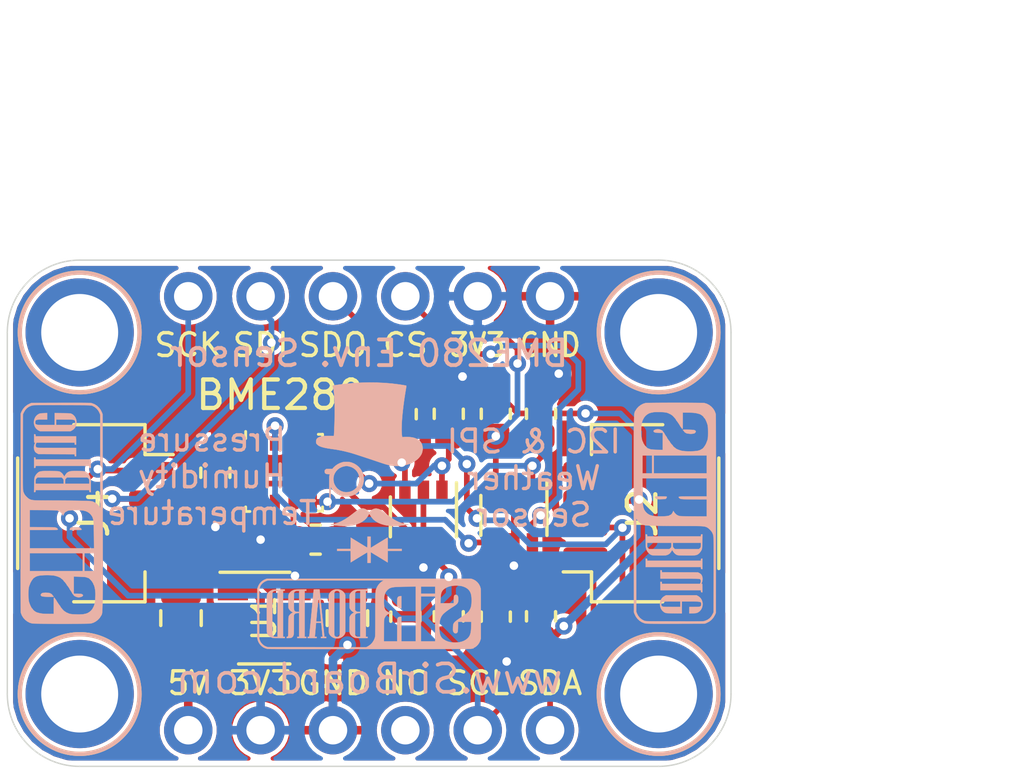
<source format=kicad_pcb>
(kicad_pcb (version 20171130) (host pcbnew "(5.1.2)-2")
  (title_block (title "BME280 Breakout with 5V Level Shift") (date 2020-01-21) (rev 2) (company SirBoard) (comment 1 www.SirBoard.com) (comment 2 "Temperature, Pressure and Humidity Sensor") (comment 3 "BME280 - SirBlue"))
  (layers (0 F.Cu signal) (31 B.Cu signal) (34 B.Paste user hide) (35 F.Paste user hide) (36 B.SilkS user) (37 F.SilkS user) (38 B.Mask user hide) (39 F.Mask user hide) (44 Edge.Cuts user))
  (net 0 "")
  (net 1 GND)
  (net 2 5V)
  (net 3 3V3)
  (net 4 "Net-(U1-Pad4)")
  (net 5 SCL_5V)
  (net 6 SDA_3V3)
  (net 7 SDA_5V)
  (net 8 SCL_3V3)
  (net 9 CS_5V)
  (net 10 CS_3V3)
  (net 11 NC)
  (net 12 SDO_5V)
  (net 13 SDO_3V3)
  (module Connector_PinHeader_2.54mm:PinHeader_1x06_P2.54mm_Vertical (layer B.Cu) (at 58.928 28.3464 270)
    (fp_text reference J3 hide)
    (fp_text value Conn_01x06)
    (pad 6 thru_hole oval (at 0 -12.7 270) (size 1.7 1.7) (drill 1) (layers *.Cu *.Mask) (net 1 GND))
    (pad 5 thru_hole oval (at 0 -10.16 270) (size 1.7 1.7) (drill 1) (layers *.Cu *.Mask) (net 3 3V3))
    (pad 4 thru_hole oval (at 0 -7.62 270) (size 1.7 1.7) (drill 1) (layers *.Cu *.Mask) (net 9 CS_5V))
    (pad 3 thru_hole oval (at 0 -5.08 270) (size 1.7 1.7) (drill 1) (layers *.Cu *.Mask) (net 12 SDO_5V))
    (pad 2 thru_hole oval (at 0 -2.54 270) (size 1.7 1.7) (drill 1) (layers *.Cu *.Mask) (net 7 SDA_5V))
    (pad 1 thru_hole circle (at 0 0 270) (size 1.7 1.7) (drill 1) (layers *.Cu *.Mask) (net 5 SCL_5V))
  )
  (module Capacitor_SMD:C_0603_1608Metric (layer F.Cu) (at 63.3985 36.8935)
    (fp_text reference C3 hide)
    (fp_text value 100nF)
    (pad 2 smd roundrect (at 0.7875 0) (size 0.875 0.95) (layers F.Cu F.Paste F.Mask) (net 1 GND))
    (pad 1 smd roundrect (at -0.7875 0) (size 0.875 0.95) (layers F.Cu F.Paste F.Mask) (net 3 3V3))
  )
  (module Package_LGA:Bosch_LGA-8_2.5x2.5mm_P0.65mm_ClockwisePinNumbering (layer F.Cu) (at 62.2935 34.544)
    (fp_text reference U2 hide)
    (fp_text value BME280)
    (pad 5 smd rect (at 0.975 1.025 90) (size 0.5 0.35) (layers F.Cu F.Paste F.Mask) (net 13 SDO_3V3))
    (pad 6 smd rect (at 0.325 1.025 90) (size 0.5 0.35) (layers F.Cu F.Paste F.Mask) (net 3 3V3))
    (pad 7 smd rect (at -0.325 1.025 90) (size 0.5 0.35) (layers F.Cu F.Paste F.Mask) (net 1 GND))
    (pad 8 smd rect (at -0.975 1.025 90) (size 0.5 0.35) (layers F.Cu F.Paste F.Mask) (net 3 3V3))
    (pad 1 smd rect (at -0.975 -1.025 90) (size 0.5 0.35) (layers F.Cu F.Paste F.Mask) (net 1 GND))
    (pad 2 smd rect (at -0.325 -1.025 90) (size 0.5 0.35) (layers F.Cu F.Paste F.Mask) (net 10 CS_3V3))
    (pad 3 smd rect (at 0.325 -1.025 90) (size 0.5 0.35) (layers F.Cu F.Paste F.Mask) (net 6 SDA_3V3))
    (pad 4 smd rect (at 0.975 -1.025 90) (size 0.5 0.35) (layers F.Cu F.Paste F.Mask) (net 8 SCL_3V3))
  )
  (module Capacitor_SMD:C_0603_1608Metric (layer F.Cu) (at 59.8805 34.544 90)
    (fp_text reference C2 hide)
    (fp_text value 100nF)
    (pad 2 smd roundrect (at 0.7875 0 90) (size 0.875 0.95) (layers F.Cu F.Paste F.Mask) (net 1 GND))
    (pad 1 smd roundrect (at -0.7875 0 90) (size 0.875 0.95) (layers F.Cu F.Paste F.Mask) (net 3 3V3))
  )
  (module logo:SirBoard79x25 (layer B.Cu) (at 65.278 39.497 180)
    (fp_text reference G*** hide)
    (fp_text value LOGO hide)
  )
  (module logo:logo63x89 (layer B.Cu) (at 65.278 34.544 180)
    (fp_text reference G*** hide)
    (fp_text value LOGO hide)
  )
  (module logo:SirBlue78x29 (layer B.Cu) (at 76.0095 35.9664 270)
    (fp_text reference G*** hide)
    (fp_text value LOGO hide)
  )
  (module logo:SirBlue78x29 (layer B.Cu) (at 54.483 35.9664 90)
    (fp_text reference G*** hide)
    (fp_text value LOGO hide)
  )
  (module Connector_PinHeader_2.54mm:PinHeader_1x06_P2.54mm_Vertical (layer B.Cu) (at 58.928 43.5864 270)
    (fp_text reference J1 hide)
    (fp_text value Conn_01x06)
    (pad 6 thru_hole oval (at 0 -12.7 270) (size 1.7 1.7) (drill 1) (layers *.Cu *.Mask) (net 7 SDA_5V))
    (pad 5 thru_hole oval (at 0 -10.16 270) (size 1.7 1.7) (drill 1) (layers *.Cu *.Mask) (net 5 SCL_5V))
    (pad 4 thru_hole oval (at 0 -7.62 270) (size 1.7 1.7) (drill 1) (layers *.Cu *.Mask) (net 11 NC))
    (pad 3 thru_hole oval (at 0 -5.08 270) (size 1.7 1.7) (drill 1) (layers *.Cu *.Mask) (net 1 GND))
    (pad 2 thru_hole oval (at 0 -2.54 270) (size 1.7 1.7) (drill 1) (layers *.Cu *.Mask) (net 3 3V3))
    (pad 1 thru_hole circle (at 0 0 270) (size 1.7 1.7) (drill 1) (layers *.Cu *.Mask) (net 2 5V))
  )
  (module Package_TO_SOT_SMD:SOT-23-5 (layer F.Cu) (at 61.595 39.6494)
    (fp_text reference U1 (at 0 0 90) (layer F.SilkS) (effects (font (size 0.8 0.8) (thickness 0.12))))
    (fp_text value AP2127K-3.3)
    (pad 5 smd rect (at 1.1 -0.95) (size 1.06 0.65) (layers F.Cu F.Paste F.Mask) (net 3 3V3))
    (pad 4 smd rect (at 1.1 0.95) (size 1.06 0.65) (layers F.Cu F.Paste F.Mask) (net 4 "Net-(U1-Pad4)"))
    (pad 3 smd rect (at -1.1 0.95) (size 1.06 0.65) (layers F.Cu F.Paste F.Mask) (net 2 5V))
    (pad 2 smd rect (at -1.1 0) (size 1.06 0.65) (layers F.Cu F.Paste F.Mask) (net 1 GND))
    (pad 1 smd rect (at -1.1 -0.95) (size 1.06 0.65) (layers F.Cu F.Paste F.Mask) (net 2 5V))
  )
  (module Connector_JST:JST_SH_SM04B-SRSS-TB_1x04-1MP_P1.00mm_Horizontal (layer F.Cu) (at 55.626 35.9664 270)
    (fp_text reference J4 (at 0 0 270) (layer F.SilkS))
    (fp_text value Conn_01x04)
    (pad MP smd roundrect (at 2.8 1.875 270) (size 1.2 1.8) (layers F.Cu F.Paste F.Mask) (roundrect_rratio 0.208333))
    (pad MP smd roundrect (at -2.8 1.875 270) (size 1.2 1.8) (layers F.Cu F.Paste F.Mask) (roundrect_rratio 0.208333))
    (pad 4 smd roundrect (at 1.5 -2 270) (size 0.6 1.55) (layers F.Cu F.Paste F.Mask) (net 1 GND))
    (pad 3 smd roundrect (at 0.5 -2 270) (size 0.6 1.55) (layers F.Cu F.Paste F.Mask) (net 2 5V))
    (pad 2 smd roundrect (at -0.5 -2 270) (size 0.6 1.55) (layers F.Cu F.Paste F.Mask) (net 7 SDA_5V))
    (pad 1 smd roundrect (at -1.5 -2 270) (size 0.6 1.55) (layers F.Cu F.Paste F.Mask) (net 5 SCL_5V))
  )
  (module Connector_JST:JST_SH_SM04B-SRSS-TB_1x04-1MP_P1.00mm_Horizontal (layer F.Cu) (at 74.8665 35.9664 90)
    (fp_text reference J2 (at 0 0 90) (layer F.SilkS))
    (fp_text value Conn_01x04)
    (pad MP smd roundrect (at 2.8 1.875 90) (size 1.2 1.8) (layers F.Cu F.Paste F.Mask) (roundrect_rratio 0.208333))
    (pad MP smd roundrect (at -2.8 1.875 90) (size 1.2 1.8) (layers F.Cu F.Paste F.Mask) (roundrect_rratio 0.208333))
    (pad 4 smd roundrect (at 1.5 -2 90) (size 0.6 1.55) (layers F.Cu F.Paste F.Mask) (net 1 GND))
    (pad 3 smd roundrect (at 0.5 -2 90) (size 0.6 1.55) (layers F.Cu F.Paste F.Mask) (net 2 5V))
    (pad 2 smd roundrect (at -0.5 -2 90) (size 0.6 1.55) (layers F.Cu F.Paste F.Mask) (net 7 SDA_5V))
    (pad 1 smd roundrect (at -1.5 -2 90) (size 0.6 1.55) (layers F.Cu F.Paste F.Mask) (net 5 SCL_5V))
  )
  (module Capacitor_SMD:C_0805_2012Metric (layer F.Cu) (at 64.516 39.6494 270)
    (fp_text reference C4 hide)
    (fp_text value 10uF)
    (pad 2 smd roundrect (at 0.9375 0 270) (size 0.975 1.4) (layers F.Cu F.Paste F.Mask) (net 1 GND))
    (pad 1 smd roundrect (at -0.9375 0 270) (size 0.975 1.4) (layers F.Cu F.Paste F.Mask) (net 3 3V3))
  )
  (module Capacitor_SMD:C_0805_2012Metric (layer F.Cu) (at 58.674 39.6494 90)
    (fp_text reference C1 hide)
    (fp_text value 10uF)
    (pad 2 smd roundrect (at 0.9375 0 90) (size 0.975 1.4) (layers F.Cu F.Paste F.Mask) (net 1 GND))
    (pad 1 smd roundrect (at -0.9375 0 90) (size 0.975 1.4) (layers F.Cu F.Paste F.Mask) (net 2 5V))
  )
  (module SirBoardLibrary:MountingHole_M2.5_SirBoard (layer F.Cu) (at 55.118 42.3164 270)
    (fp_text reference H1 hide)
    (fp_text value MountingHole)
    (pad 1 thru_hole circle (at 0 0 270) (size 3.8 3.8) (drill 2.7) (layers *.Cu *.Mask))
  )
  (module SirBoardLibrary:MountingHole_M2.5_SirBoard (layer F.Cu) (at 55.118 29.6164 270)
    (fp_text reference H2 hide)
    (fp_text value MountingHole)
    (pad 1 thru_hole circle (at 0 0 270) (size 3.8 3.8) (drill 2.7) (layers *.Cu *.Mask))
  )
  (module SirBoardLibrary:MountingHole_M2.5_SirBoard (layer F.Cu) (at 75.438 42.3164 90)
    (fp_text reference H3 hide)
    (fp_text value MountingHole)
    (pad 1 thru_hole circle (at 0 0 90) (size 3.8 3.8) (drill 2.7) (layers *.Cu *.Mask))
  )
  (module SirBoardLibrary:MountingHole_M2.5_SirBoard (layer F.Cu) (at 75.438 29.6164 90)
    (fp_text reference H4 hide)
    (fp_text value MountingHole)
    (pad 1 thru_hole circle (at 0 0 90) (size 3.8 3.8) (drill 2.7) (layers *.Cu *.Mask))
  )
  (module Resistor_SMD:R_0603_1608Metric (layer F.Cu) (at 66.421 32.4866 270)
    (fp_text reference R8 hide)
    (fp_text value 10K)
    (pad 2 smd roundrect (at 0.7875 0 270) (size 0.875 0.95) (layers F.Cu F.Paste F.Mask) (net 7 SDA_5V))
    (pad 1 smd roundrect (at -0.7875 0 270) (size 0.875 0.95) (layers F.Cu F.Paste F.Mask) (net 2 5V))
  )
  (module Resistor_SMD:R_0603_1608Metric (layer F.Cu) (at 66.548 39.5986 270)
    (fp_text reference R7 hide)
    (fp_text value 10K)
    (pad 2 smd roundrect (at 0.7875 0 270) (size 0.875 0.95) (layers F.Cu F.Paste F.Mask) (net 3 3V3))
    (pad 1 smd roundrect (at -0.7875 0 270) (size 0.875 0.95) (layers F.Cu F.Paste F.Mask) (net 6 SDA_3V3))
  )
  (module Resistor_SMD:R_0603_1608Metric (layer F.Cu) (at 68.072 39.5859 90)
    (fp_text reference R6 hide)
    (fp_text value 10K)
    (pad 2 smd roundrect (at 0.7875 0 90) (size 0.875 0.95) (layers F.Cu F.Paste F.Mask) (net 5 SCL_5V))
    (pad 1 smd roundrect (at -0.7875 0 90) (size 0.875 0.95) (layers F.Cu F.Paste F.Mask) (net 2 5V))
  )
  (module Resistor_SMD:R_0603_1608Metric (layer F.Cu) (at 68.072 32.4739 90)
    (fp_text reference R5 hide)
    (fp_text value 10K)
    (pad 2 smd roundrect (at 0.7875 0 90) (size 0.875 0.95) (layers F.Cu F.Paste F.Mask) (net 3 3V3))
    (pad 1 smd roundrect (at -0.7875 0 90) (size 0.875 0.95) (layers F.Cu F.Paste F.Mask) (net 8 SCL_3V3))
  )
  (module Resistor_SMD:R_0603_1608Metric (layer F.Cu) (at 69.723 32.4739 270)
    (fp_text reference R4 hide)
    (fp_text value 10K)
    (pad 2 smd roundrect (at 0.7875 0 270) (size 0.875 0.95) (layers F.Cu F.Paste F.Mask) (net 9 CS_5V))
    (pad 1 smd roundrect (at -0.7875 0 270) (size 0.875 0.95) (layers F.Cu F.Paste F.Mask) (net 2 5V))
  )
  (module Resistor_SMD:R_0603_1608Metric (layer F.Cu) (at 69.723 39.5986 270)
    (fp_text reference R3 hide)
    (fp_text value 10K)
    (pad 2 smd roundrect (at 0.7875 0 270) (size 0.875 0.95) (layers F.Cu F.Paste F.Mask) (net 3 3V3))
    (pad 1 smd roundrect (at -0.7875 0 270) (size 0.875 0.95) (layers F.Cu F.Paste F.Mask) (net 10 CS_3V3))
  )
  (module Resistor_SMD:R_0603_1608Metric (layer F.Cu) (at 71.3105 39.5859 90)
    (fp_text reference R2 hide)
    (fp_text value 10K)
    (pad 2 smd roundrect (at 0.7875 0 90) (size 0.875 0.95) (layers F.Cu F.Paste F.Mask) (net 12 SDO_5V))
    (pad 1 smd roundrect (at -0.7875 0 90) (size 0.875 0.95) (layers F.Cu F.Paste F.Mask) (net 2 5V))
  )
  (module Resistor_SMD:R_0603_1608Metric (layer F.Cu) (at 71.3105 32.4739 90)
    (fp_text reference R1 hide)
    (fp_text value 10K)
    (pad 2 smd roundrect (at 0.7875 0 90) (size 0.875 0.95) (layers F.Cu F.Paste F.Mask) (net 3 3V3))
    (pad 1 smd roundrect (at -0.7875 0 90) (size 0.875 0.95) (layers F.Cu F.Paste F.Mask) (net 13 SDO_3V3))
  )
  (module Package_TO_SOT_SMD:SOT-363_SC-70-6 (layer F.Cu) (at 67.183 36.0934 270)
    (fp_text reference Q2 hide)
    (fp_text value BSS138DW)
    (pad 6 smd rect (at 0.95 -0.65 270) (size 0.65 0.4) (layers F.Cu F.Paste F.Mask) (net 5 SCL_5V))
    (pad 4 smd rect (at 0.95 0.65 270) (size 0.65 0.4) (layers F.Cu F.Paste F.Mask) (net 6 SDA_3V3))
    (pad 2 smd rect (at -0.95 0 270) (size 0.65 0.4) (layers F.Cu F.Paste F.Mask) (net 3 3V3))
    (pad 5 smd rect (at 0.95 0 270) (size 0.65 0.4) (layers F.Cu F.Paste F.Mask) (net 3 3V3))
    (pad 3 smd rect (at -0.95 0.65 270) (size 0.65 0.4) (layers F.Cu F.Paste F.Mask) (net 7 SDA_5V))
    (pad 1 smd rect (at -0.95 -0.65 270) (size 0.65 0.4) (layers F.Cu F.Paste F.Mask) (net 8 SCL_3V3))
  )
  (module Package_TO_SOT_SMD:SOT-363_SC-70-6 (layer F.Cu) (at 70.358 36.0426 270)
    (fp_text reference Q1 hide)
    (fp_text value BSS138DW)
    (pad 6 smd rect (at 0.95 -0.65 270) (size 0.65 0.4) (layers F.Cu F.Paste F.Mask) (net 12 SDO_5V))
    (pad 4 smd rect (at 0.95 0.65 270) (size 0.65 0.4) (layers F.Cu F.Paste F.Mask) (net 10 CS_3V3))
    (pad 2 smd rect (at -0.95 0 270) (size 0.65 0.4) (layers F.Cu F.Paste F.Mask) (net 3 3V3))
    (pad 5 smd rect (at 0.95 0 270) (size 0.65 0.4) (layers F.Cu F.Paste F.Mask) (net 3 3V3))
    (pad 3 smd rect (at -0.95 0.65 270) (size 0.65 0.4) (layers F.Cu F.Paste F.Mask) (net 9 CS_5V))
    (pad 1 smd rect (at -0.95 -0.65 270) (size 0.65 0.4) (layers F.Cu F.Paste F.Mask) (net 13 SDO_3V3))
  )
  (gr_text 3V3 (at 69.088 30.0609) (layer F.SilkS) (effects (font (size 0.8 0.7) (thickness 0.12))))
  (gr_text "Pressure\nHumidity\nTemperature" (at 59.7535 34.671) (layer B.SilkS) (effects (font (size 0.8 0.8) (thickness 0.12)) (justify mirror)))
  (gr_text "I2C & SPI\nWeather\nSensor" (at 71.0565 34.7345) (layer B.SilkS) (effects (font (size 0.8 0.8) (thickness 0.12)) (justify mirror)))
  (gr_text BME280 (at 62.1665 31.8135) (layer F.SilkS) (effects (font (size 1 1))))
  (gr_text GND (at 71.628 30.0609) (layer F.SilkS) (effects (font (size 0.8 0.7) (thickness 0.12))))
  (gr_text SCK (at 58.928 30.0609) (layer F.SilkS) (effects (font (size 0.8 0.8) (thickness 0.12))))
  (gr_text SDI (at 61.468 30.0609) (layer F.SilkS) (effects (font (size 0.8 0.8) (thickness 0.12))))
  (gr_text SDO (at 64.008 30.0609) (layer F.SilkS) (effects (font (size 0.8 0.8) (thickness 0.12))))
  (gr_text CS (at 66.548 30.0609) (layer F.SilkS) (effects (font (size 0.8 0.8) (thickness 0.12))))
  (gr_text 5V (at 58.928 41.9354) (layer F.SilkS) (effects (font (size 0.8 0.8) (thickness 0.12))))
  (gr_text 3V3 (at 61.468 41.9354) (layer F.SilkS) (effects (font (size 0.8 0.8) (thickness 0.12))))
  (gr_text GND (at 64.008 41.9354) (layer F.SilkS) (effects (font (size 0.8 0.8) (thickness 0.12))))
  (gr_text NC (at 66.548 41.9354) (layer F.SilkS) (effects (font (size 0.8 0.8) (thickness 0.12))))
  (gr_text SCL (at 69.088 41.9354) (layer F.SilkS) (effects (font (size 0.8 0.8) (thickness 0.12))))
  (gr_text SDA (at 71.628 41.9354) (layer F.SilkS) (effects (font (size 0.8 0.8) (thickness 0.12))))
  (gr_arc (start 55.118 29.6164) (end 55.118 27.0764) (angle -90) (layer Edge.Cuts) (width 0.05))
  (gr_arc (start 75.438 29.6164) (end 77.978 29.6164) (angle -90) (layer Edge.Cuts) (width 0.05))
  (gr_arc (start 75.438 42.3164) (end 75.438 44.8564) (angle -90) (layer Edge.Cuts) (width 0.05))
  (gr_arc (start 55.118 42.3164) (end 52.578 42.3164) (angle -90) (layer Edge.Cuts) (width 0.05))
  (gr_line (start 52.578 42.3164) (end 52.578 29.6164) (layer Edge.Cuts) (width 0.05))
  (gr_line (start 55.118 27.0764) (end 75.438 27.0764) (layer Edge.Cuts) (width 0.05))
  (gr_line (start 77.978 29.6164) (end 77.978 42.3164) (layer Edge.Cuts) (width 0.05))
  (gr_line (start 75.438 44.8564) (end 55.118 44.8564) (layer Edge.Cuts) (width 0.05))
  (gr_text "BME280 Env. Sensor" (at 65.278 30.353) (layer B.SilkS) (effects (font (size 0.9 0.9) (thickness 0.135)) (justify mirror)))
  (gr_text www.SirBoard.com (at 65.278 41.783) (layer B.SilkS) (effects (font (size 1 1) (thickness 0.13)) (justify mirror)))
  (via (at 64.516 40.5892) (size 0.6) (drill 0.3) (layers F.Cu B.Cu) (net 1))
  (segment (start 64.008 41.0972) (end 64.516 40.5892) (width 0.3) (layer B.Cu) (net 1))
  (segment (start 64.008 43.5864) (end 64.008 41.0972) (width 0.3) (layer B.Cu) (net 1))
  (segment (start 58.674 40.5869) (end 58.674 41.7449) (width 0.3) (layer F.Cu) (net 2))
  (segment (start 58.928 41.9989) (end 58.928 43.5864) (width 0.3) (layer F.Cu) (net 2))
  (segment (start 58.674 41.7449) (end 58.928 41.9989) (width 0.3) (layer F.Cu) (net 2))
  (segment (start 58.6865 40.5994) (end 58.674 40.5869) (width 0.3) (layer F.Cu) (net 2))
  (segment (start 60.495 40.5994) (end 58.6865 40.5994) (width 0.3) (layer F.Cu) (net 2))
  (segment (start 61.2165 40.5994) (end 60.495 40.5994) (width 0.3) (layer F.Cu) (net 2))
  (segment (start 61.468 40.3479) (end 61.2165 40.5994) (width 0.3) (layer F.Cu) (net 2))
  (segment (start 61.468 38.9509) (end 61.468 40.3479) (width 0.3) (layer F.Cu) (net 2))
  (segment (start 60.495 38.6994) (end 61.2165 38.6994) (width 0.3) (layer F.Cu) (net 2))
  (segment (start 61.2165 38.6994) (end 61.468 38.9509) (width 0.3) (layer F.Cu) (net 2))
  (segment (start 70.848888 39.911788) (end 71.3105 40.3734) (width 0.2) (layer F.Cu) (net 2))
  (segment (start 70.523 39.5859) (end 70.848888 39.911788) (width 0.2) (layer F.Cu) (net 2))
  (segment (start 68.072 40.3734) (end 68.8595 39.5859) (width 0.2) (layer F.Cu) (net 2))
  (segment (start 68.8595 39.5859) (end 70.523 39.5859) (width 0.2) (layer F.Cu) (net 2))
  (segment (start 69.261388 32.148012) (end 69.723 31.6864) (width 0.2) (layer F.Cu) (net 2))
  (segment (start 68.9355 32.4739) (end 69.261388 32.148012) (width 0.2) (layer F.Cu) (net 2))
  (segment (start 66.421 31.6991) (end 67.1958 32.4739) (width 0.2) (layer F.Cu) (net 2))
  (segment (start 67.1958 32.4739) (end 68.9355 32.4739) (width 0.2) (layer F.Cu) (net 2))
  (segment (start 68.072 40.3734) (end 66.637 41.8084) (width 0.3) (layer F.Cu) (net 2))
  (segment (start 66.637 41.8084) (end 60.96 41.8084) (width 0.3) (layer F.Cu) (net 2))
  (segment (start 60.495 41.3434) (end 60.495 40.5994) (width 0.3) (layer F.Cu) (net 2))
  (segment (start 60.96 41.8084) (end 60.495 41.3434) (width 0.3) (layer F.Cu) (net 2))
  (via (at 72.1106 39.9288) (size 0.6) (drill 0.3) (layers F.Cu B.Cu) (net 2))
  (segment (start 71.3105 40.3734) (end 71.666 40.3734) (width 0.3) (layer F.Cu) (net 2))
  (segment (start 71.666 40.3734) (end 72.1106 39.9288) (width 0.3) (layer F.Cu) (net 2))
  (segment (start 72.1106 39.9288) (end 75.1078 36.9316) (width 0.3) (layer B.Cu) (net 2))
  (via (at 74.7522 35.4838) (size 0.6) (drill 0.3) (layers F.Cu B.Cu) (net 2))
  (segment (start 75.1078 36.9316) (end 75.1078 35.8394) (width 0.3) (layer B.Cu) (net 2))
  (segment (start 75.1078 35.8394) (end 74.7522 35.4838) (width 0.3) (layer B.Cu) (net 2))
  (segment (start 72.8839 35.4838) (end 72.8665 35.4664) (width 0.3) (layer F.Cu) (net 2))
  (segment (start 74.7522 35.4838) (end 72.8839 35.4838) (width 0.3) (layer F.Cu) (net 2))
  (segment (start 70.4978 32.4612) (end 72.8726 32.4612) (width 0.2) (layer F.Cu) (net 2))
  (segment (start 69.723 31.6864) (end 70.4978 32.4612) (width 0.2) (layer F.Cu) (net 2))
  (via (at 72.8726 32.4612) (size 0.6) (drill 0.3) (layers F.Cu B.Cu) (net 2))
  (segment (start 74.7522 33.1216) (end 74.7522 35.4838) (width 0.2) (layer B.Cu) (net 2))
  (segment (start 72.8726 32.4612) (end 74.0918 32.4612) (width 0.2) (layer B.Cu) (net 2))
  (segment (start 74.0918 32.4612) (end 74.7522 33.1216) (width 0.2) (layer B.Cu) (net 2))
  (segment (start 57.5541 40.5869) (end 58.674 40.5869) (width 0.3) (layer F.Cu) (net 2))
  (segment (start 55.7784 38.8112) (end 57.5541 40.5869) (width 0.3) (layer F.Cu) (net 2))
  (segment (start 55.7784 37.0586) (end 55.7784 38.8112) (width 0.3) (layer F.Cu) (net 2))
  (segment (start 57.626 36.4664) (end 56.3706 36.4664) (width 0.3) (layer F.Cu) (net 2))
  (segment (start 56.3706 36.4664) (end 55.7784 37.0586) (width 0.3) (layer F.Cu) (net 2))
  (segment (start 64.5035 38.6994) (end 64.516 38.7119) (width 0.3) (layer F.Cu) (net 3))
  (segment (start 62.695 38.6994) (end 63.561 38.6994) (width 0.3) (layer F.Cu) (net 3))
  (segment (start 63.561 38.6994) (end 64.5035 38.6994) (width 0.3) (layer F.Cu) (net 3))
  (segment (start 66.1902 40.3861) (end 66.548 40.3861) (width 0.2) (layer F.Cu) (net 3))
  (segment (start 64.516 38.7119) (end 66.1902 40.3861) (width 0.2) (layer F.Cu) (net 3))
  (segment (start 67.183 37.0434) (end 67.183 35.1434) (width 0.2) (layer F.Cu) (net 3))
  (segment (start 70.358 35.0926) (end 70.358 36.9926) (width 0.2) (layer F.Cu) (net 3))
  (via (at 67.183 37.8714) (size 0.6) (drill 0.3) (layers F.Cu B.Cu) (net 3))
  (segment (start 67.183 37.0434) (end 67.183 37.8714) (width 0.2) (layer F.Cu) (net 3))
  (via (at 70.358 37.8079) (size 0.6) (drill 0.3) (layers F.Cu B.Cu) (net 3))
  (segment (start 70.358 36.9926) (end 70.358 37.8079) (width 0.2) (layer F.Cu) (net 3))
  (via (at 70.104 41.1734) (size 0.6) (drill 0.3) (layers F.Cu B.Cu) (net 3))
  (segment (start 69.723 40.3861) (end 69.723 40.7924) (width 0.2) (layer F.Cu) (net 3))
  (segment (start 69.723 40.7924) (end 70.104 41.1734) (width 0.2) (layer F.Cu) (net 3))
  (via (at 71.9328 31.0642) (size 0.6) (drill 0.3) (layers F.Cu B.Cu) (net 3))
  (segment (start 71.3105 31.6864) (end 71.3106 31.6864) (width 0.3) (layer F.Cu) (net 3))
  (segment (start 71.3106 31.6864) (end 71.9328 31.0642) (width 0.3) (layer F.Cu) (net 3))
  (via (at 68.5546 31.1658) (size 0.6) (drill 0.3) (layers F.Cu B.Cu) (net 3))
  (segment (start 68.072 31.6864) (end 68.072 31.6484) (width 0.3) (layer F.Cu) (net 3))
  (segment (start 68.072 31.6484) (end 68.5546 31.1658) (width 0.3) (layer F.Cu) (net 3))
  (via (at 68.5546 31.1658) (size 0.6) (drill 0.3) (layers F.Cu B.Cu) (net 3))
  (segment (start 62.6185 36.886) (end 62.6185 35.569) (width 0.2) (layer F.Cu) (net 3))
  (segment (start 62.611 36.8935) (end 62.6185 36.886) (width 0.2) (layer F.Cu) (net 3))
  (segment (start 60.693 35.569) (end 61.3185 35.569) (width 0.2) (layer F.Cu) (net 3))
  (segment (start 59.8805 35.3315) (end 60.4555 35.3315) (width 0.2) (layer F.Cu) (net 3))
  (segment (start 60.4555 35.3315) (end 60.693 35.569) (width 0.2) (layer F.Cu) (net 3))
  (via (at 59.8805 36.449) (size 0.6) (drill 0.3) (layers F.Cu B.Cu) (net 3))
  (segment (start 59.8805 35.3315) (end 59.8805 36.449) (width 0.2) (layer F.Cu) (net 3))
  (via (at 61.468 36.8935) (size 0.6) (drill 0.3) (layers F.Cu B.Cu) (net 3))
  (segment (start 62.611 36.8935) (end 61.468 36.8935) (width 0.2) (layer F.Cu) (net 3))
  (segment (start 62.6185 35.119) (end 62.6185 35.569) (width 0.2) (layer F.Cu) (net 3))
  (segment (start 62.4245 34.925) (end 62.6185 35.119) (width 0.2) (layer F.Cu) (net 3))
  (segment (start 61.5125 34.925) (end 62.4245 34.925) (width 0.2) (layer F.Cu) (net 3))
  (segment (start 61.3185 35.569) (end 61.3185 35.119) (width 0.2) (layer F.Cu) (net 3))
  (segment (start 61.3185 35.119) (end 61.5125 34.925) (width 0.2) (layer F.Cu) (net 3))
  (via (at 62.6745 38.1635) (size 0.6) (drill 0.3) (layers F.Cu B.Cu) (net 3))
  (segment (start 62.695 38.1744) (end 62.6841 38.1635) (width 0.2) (layer F.Cu) (net 3))
  (segment (start 62.6841 38.1635) (end 62.6745 38.1635) (width 0.2) (layer F.Cu) (net 3))
  (segment (start 62.695 38.6994) (end 62.695 38.1744) (width 0.2) (layer F.Cu) (net 3))
  (segment (start 67.833 37.0434) (end 67.833 37.8229) (width 0.2) (layer F.Cu) (net 5))
  (segment (start 68.072 38.0619) (end 68.072 38.7984) (width 0.2) (layer F.Cu) (net 5))
  (segment (start 67.833 37.8229) (end 68.072 38.0619) (width 0.2) (layer F.Cu) (net 5))
  (via (at 68.072 38.2016) (size 0.6) (drill 0.3) (layers F.Cu B.Cu) (net 5))
  (segment (start 68.072 38.0619) (end 68.071994 38.061906) (width 0.2) (layer F.Cu) (net 5))
  (segment (start 70.9676 41.7068) (end 69.088 43.5864) (width 0.2) (layer F.Cu) (net 5))
  (segment (start 71.628 41.7068) (end 70.9676 41.7068) (width 0.2) (layer F.Cu) (net 5))
  (segment (start 73.152 40.1828) (end 71.628 41.7068) (width 0.2) (layer F.Cu) (net 5))
  (segment (start 72.8665 37.4664) (end 73.152 37.7519) (width 0.2) (layer F.Cu) (net 5))
  (segment (start 73.152 37.7519) (end 73.152 40.1828) (width 0.2) (layer F.Cu) (net 5))
  (via (at 54.7624 36.1442) (size 0.6) (drill 0.3) (layers F.Cu B.Cu) (net 5))
  (segment (start 54.7624 35.3822) (end 54.7624 36.1442) (width 0.2) (layer F.Cu) (net 5))
  (segment (start 57.626 34.4664) (end 55.6782 34.4664) (width 0.2) (layer F.Cu) (net 5))
  (segment (start 55.6782 34.4664) (end 54.7624 35.3822) (width 0.2) (layer F.Cu) (net 5))
  (segment (start 68.072 38.7984) (end 68.072 38.2016) (width 0.2) (layer B.Cu) (net 5))
  (segment (start 66.361641 39.657959) (end 67.212441 39.657959) (width 0.2) (layer B.Cu) (net 5))
  (segment (start 67.212441 39.657959) (end 68.072 38.7984) (width 0.2) (layer B.Cu) (net 5))
  (segment (start 67.216959 39.657959) (end 66.361641 39.657959) (width 0.2) (layer B.Cu) (net 5))
  (segment (start 69.088 43.5864) (end 69.088 41.529) (width 0.2) (layer B.Cu) (net 5))
  (segment (start 69.088 41.529) (end 67.216959 39.657959) (width 0.2) (layer B.Cu) (net 5))
  (via (at 55.753 34.417) (size 0.6) (drill 0.3) (layers F.Cu B.Cu) (net 5))
  (segment (start 56.261 34.417) (end 55.753 34.417) (width 0.2) (layer B.Cu) (net 5))
  (segment (start 58.928 28.3464) (end 58.928 31.75) (width 0.2) (layer B.Cu) (net 5))
  (segment (start 58.928 31.75) (end 56.261 34.417) (width 0.2) (layer B.Cu) (net 5))
  (segment (start 65.565682 38.862) (end 66.361641 39.657959) (width 0.2) (layer B.Cu) (net 5))
  (segment (start 56.8198 38.862) (end 65.565682 38.862) (width 0.2) (layer B.Cu) (net 5))
  (segment (start 54.7624 36.1442) (end 54.7624 36.8046) (width 0.2) (layer B.Cu) (net 5))
  (segment (start 54.7624 36.8046) (end 56.8198 38.862) (width 0.2) (layer B.Cu) (net 5))
  (segment (start 66.533 38.7961) (end 66.548 38.8111) (width 0.2) (layer F.Cu) (net 6))
  (segment (start 66.533 37.0434) (end 66.533 38.7961) (width 0.2) (layer F.Cu) (net 6))
  (segment (start 66.533 36.4975) (end 66.533 37.0434) (width 0.2) (layer F.Cu) (net 6))
  (segment (start 62.6185 33.519) (end 62.6185 33.969) (width 0.2) (layer F.Cu) (net 6))
  (segment (start 63.003 34.3535) (end 63.6905 34.3535) (width 0.2) (layer F.Cu) (net 6))
  (segment (start 62.6185 33.969) (end 63.003 34.3535) (width 0.2) (layer F.Cu) (net 6))
  (segment (start 63.6905 34.3535) (end 65.0875 35.7505) (width 0.2) (layer F.Cu) (net 6))
  (segment (start 65.0875 35.7505) (end 65.786 35.7505) (width 0.2) (layer F.Cu) (net 6))
  (segment (start 65.786 35.7505) (end 66.533 36.4975) (width 0.2) (layer F.Cu) (net 6))
  (segment (start 66.421 33.2741) (end 66.421 34.1884) (width 0.2) (layer F.Cu) (net 7))
  (segment (start 66.533 34.3004) (end 66.533 35.1434) (width 0.2) (layer F.Cu) (net 7))
  (segment (start 66.421 34.1884) (end 66.533 34.3004) (width 0.2) (layer F.Cu) (net 7))
  (segment (start 66.421 34.1884) (end 66.421 34.1884) (width 0.2) (layer F.Cu) (net 7))
  (via (at 66.421 34.1884) (size 0.6) (drill 0.3) (layers F.Cu B.Cu) (net 7))
  (segment (start 66.421 34.1884) (end 67.0052 33.6042) (width 0.2) (layer B.Cu) (net 7))
  (via (at 68.707 34.2392) (size 0.6) (drill 0.3) (layers F.Cu B.Cu) (net 7))
  (segment (start 67.0052 33.6042) (end 68.072 33.6042) (width 0.2) (layer B.Cu) (net 7))
  (segment (start 68.072 33.6042) (end 68.707 34.2392) (width 0.2) (layer B.Cu) (net 7))
  (via (at 69.0626 36.1442) (size 0.6) (drill 0.3) (layers F.Cu B.Cu) (net 7))
  (via (at 74.168 36.4744) (size 0.6) (drill 0.3) (layers F.Cu B.Cu) (net 7))
  (segment (start 74.16 36.4664) (end 72.8665 36.4664) (width 0.2) (layer F.Cu) (net 7))
  (segment (start 74.168 36.4744) (end 74.16 36.4664) (width 0.2) (layer F.Cu) (net 7))
  (segment (start 73.5838 37.0586) (end 74.168 36.4744) (width 0.2) (layer B.Cu) (net 7))
  (segment (start 70.9168 37.0586) (end 73.5838 37.0586) (width 0.2) (layer B.Cu) (net 7))
  (segment (start 70.073799 36.215599) (end 70.9168 37.0586) (width 0.2) (layer B.Cu) (net 7))
  (segment (start 69.0626 36.1442) (end 69.133999 36.215599) (width 0.2) (layer B.Cu) (net 7))
  (segment (start 69.133999 36.215599) (end 70.073799 36.215599) (width 0.2) (layer B.Cu) (net 7))
  (segment (start 68.707 35.7886) (end 69.0626 36.1442) (width 0.2) (layer F.Cu) (net 7))
  (segment (start 68.707 34.2392) (end 68.707 35.7886) (width 0.2) (layer F.Cu) (net 7))
  (segment (start 74.168 39.637844) (end 74.168 36.4744) (width 0.2) (layer F.Cu) (net 7))
  (segment (start 71.628 43.5864) (end 71.628 42.177844) (width 0.2) (layer F.Cu) (net 7))
  (segment (start 71.628 42.177844) (end 74.168 39.637844) (width 0.2) (layer F.Cu) (net 7))
  (segment (start 57.626 35.4664) (end 56.269 35.4664) (width 0.2) (layer F.Cu) (net 7))
  (segment (start 56.269 35.4664) (end 56.261 35.4584) (width 0.2) (layer F.Cu) (net 7))
  (via (at 56.261 35.4584) (size 0.6) (drill 0.3) (layers F.Cu B.Cu) (net 7))
  (via (at 61.849 29.972) (size 0.6) (drill 0.3) (layers F.Cu B.Cu) (net 7))
  (segment (start 61.849 30.098996) (end 61.848996 30.099) (width 0.2) (layer B.Cu) (net 7))
  (segment (start 61.849 29.21) (end 61.849 30.098996) (width 0.2) (layer B.Cu) (net 7))
  (segment (start 61.468 28.3464) (end 61.468 28.829) (width 0.2) (layer B.Cu) (net 7))
  (segment (start 61.468 28.829) (end 61.849 29.21) (width 0.2) (layer B.Cu) (net 7))
  (segment (start 57.133532 35.4584) (end 56.261 35.4584) (width 0.2) (layer B.Cu) (net 7))
  (segment (start 61.849 30.742932) (end 57.133532 35.4584) (width 0.2) (layer B.Cu) (net 7))
  (segment (start 61.848996 30.099) (end 61.849 30.099004) (width 0.2) (layer B.Cu) (net 7))
  (segment (start 61.849 30.099004) (end 61.849 30.742932) (width 0.2) (layer B.Cu) (net 7))
  (segment (start 63.1189 29.972) (end 61.849 29.972) (width 0.2) (layer F.Cu) (net 7))
  (segment (start 66.421 33.2741) (end 63.1189 29.972) (width 0.2) (layer F.Cu) (net 7))
  (segment (start 68.072 33.2614) (end 68.072 34.0614) (width 0.2) (layer F.Cu) (net 8))
  (segment (start 67.833 34.3004) (end 67.833 35.1434) (width 0.2) (layer F.Cu) (net 8))
  (segment (start 68.072 34.0614) (end 67.833 34.3004) (width 0.2) (layer F.Cu) (net 8))
  (segment (start 66.929 34.925) (end 67.564 34.29) (width 0.2) (layer B.Cu) (net 8))
  (segment (start 67.5744 34.3004) (end 67.833 34.3004) (width 0.2) (layer B.Cu) (net 8))
  (segment (start 65.278 34.925) (end 66.929 34.925) (width 0.2) (layer B.Cu) (net 8))
  (segment (start 67.564 34.29) (end 67.5744 34.3004) (width 0.2) (layer B.Cu) (net 8))
  (via (at 67.833 34.3004) (size 0.6) (drill 0.3) (layers F.Cu B.Cu) (net 8))
  (via (at 65.278 34.925) (size 0.6) (drill 0.3) (layers F.Cu B.Cu) (net 8))
  (segment (start 63.872 33.519) (end 65.278 34.925) (width 0.2) (layer F.Cu) (net 8))
  (segment (start 63.2685 33.519) (end 63.872 33.519) (width 0.2) (layer F.Cu) (net 8))
  (segment (start 69.723 35.0776) (end 69.708 35.0926) (width 0.2) (layer F.Cu) (net 9))
  (segment (start 69.723 33.2614) (end 69.723 35.0776) (width 0.2) (layer F.Cu) (net 9))
  (via (at 70.485 30.7086) (size 0.6) (drill 0.3) (layers F.Cu B.Cu) (net 9))
  (via (at 69.723 33.2614) (size 0.6) (drill 0.3) (layers F.Cu B.Cu) (net 9))
  (segment (start 70.485 30.7086) (end 70.485 32.4994) (width 0.2) (layer B.Cu) (net 9))
  (segment (start 70.485 32.4994) (end 69.723 33.2614) (width 0.2) (layer B.Cu) (net 9))
  (segment (start 70.485 30.2006) (end 70.485 30.7086) (width 0.2) (layer F.Cu) (net 9))
  (segment (start 69.8246 29.5402) (end 70.485 30.2006) (width 0.2) (layer F.Cu) (net 9))
  (segment (start 66.548 28.3464) (end 67.7418 29.5402) (width 0.2) (layer F.Cu) (net 9))
  (segment (start 67.7418 29.5402) (end 69.8246 29.5402) (width 0.2) (layer F.Cu) (net 9))
  (segment (start 69.708 38.7961) (end 69.723 38.8111) (width 0.2) (layer F.Cu) (net 10))
  (segment (start 69.708 36.9926) (end 69.708 38.7961) (width 0.2) (layer F.Cu) (net 10))
  (via (at 68.7705 37.0205) (size 0.6) (drill 0.3) (layers F.Cu B.Cu) (net 10))
  (segment (start 69.708 36.9926) (end 68.7984 36.9926) (width 0.2) (layer F.Cu) (net 10))
  (segment (start 68.7984 36.9926) (end 68.7705 37.0205) (width 0.2) (layer F.Cu) (net 10))
  (segment (start 68.7705 37.0205) (end 67.945 36.195) (width 0.2) (layer B.Cu) (net 10))
  (segment (start 67.945 36.195) (end 62.865 36.195) (width 0.2) (layer B.Cu) (net 10))
  (via (at 61.976 32.893) (size 0.6) (drill 0.3) (layers F.Cu B.Cu) (net 10))
  (segment (start 62.865 36.195) (end 61.976 35.306) (width 0.2) (layer B.Cu) (net 10))
  (segment (start 61.976 35.306) (end 61.976 32.893) (width 0.2) (layer B.Cu) (net 10))
  (segment (start 61.9685 32.9005) (end 61.976 32.893) (width 0.2) (layer F.Cu) (net 10))
  (segment (start 61.9685 33.519) (end 61.9685 32.9005) (width 0.2) (layer F.Cu) (net 10))
  (segment (start 71.008 36.9926) (end 71.008 37.8864) (width 0.2) (layer F.Cu) (net 12))
  (segment (start 71.3105 38.1889) (end 71.3105 38.7984) (width 0.2) (layer F.Cu) (net 12))
  (segment (start 71.008 37.8864) (end 71.3105 38.1889) (width 0.2) (layer F.Cu) (net 12))
  (via (at 71.2978 36.0426) (size 0.6) (drill 0.3) (layers F.Cu B.Cu) (net 12))
  (segment (start 71.008 36.9926) (end 71.008 36.3324) (width 0.2) (layer F.Cu) (net 12))
  (segment (start 71.008 36.3324) (end 71.2978 36.0426) (width 0.2) (layer F.Cu) (net 12))
  (segment (start 64.008 28.3464) (end 66.040002 30.378402) (width 0.2) (layer F.Cu) (net 12))
  (segment (start 66.040002 30.378402) (end 69.545202 30.378402) (width 0.2) (layer F.Cu) (net 12))
  (via (at 69.545202 30.378402) (size 0.6) (drill 0.3) (layers F.Cu B.Cu) (net 12))
  (segment (start 69.845201 30.078403) (end 72.013803 30.078403) (width 0.2) (layer B.Cu) (net 12))
  (segment (start 69.545202 30.378402) (end 69.845201 30.078403) (width 0.2) (layer B.Cu) (net 12))
  (segment (start 72.013803 30.078403) (end 72.6186 30.6832) (width 0.2) (layer B.Cu) (net 12))
  (segment (start 72.6186 30.6832) (end 72.6186 31.623) (width 0.2) (layer B.Cu) (net 12))
  (segment (start 72.6186 31.623) (end 71.9582 32.2834) (width 0.2) (layer B.Cu) (net 12))
  (segment (start 71.9582 35.3822) (end 71.2978 36.0426) (width 0.2) (layer B.Cu) (net 12))
  (segment (start 71.9582 32.2834) (end 71.9582 35.3822) (width 0.2) (layer B.Cu) (net 12))
  (segment (start 71.3105 33.2614) (end 71.3105 33.9979) (width 0.2) (layer F.Cu) (net 13))
  (segment (start 71.008 34.3004) (end 71.008 35.0926) (width 0.2) (layer F.Cu) (net 13))
  (segment (start 71.3105 33.9979) (end 71.008 34.3004) (width 0.2) (layer F.Cu) (net 13))
  (via (at 71.008 34.3004) (size 0.6) (drill 0.3) (layers F.Cu B.Cu) (net 13))
  (segment (start 69.484 34.3004) (end 71.008 34.3004) (width 0.2) (layer B.Cu) (net 13))
  (via (at 63.8175 35.56) (size 0.6) (drill 0.3) (layers F.Cu B.Cu) (net 13))
  (segment (start 63.2685 35.569) (end 63.8085 35.569) (width 0.2) (layer F.Cu) (net 13))
  (segment (start 63.8085 35.569) (end 63.8175 35.56) (width 0.2) (layer F.Cu) (net 13))
  (segment (start 68.2244 35.56) (end 69.484 34.3004) (width 0.2) (layer B.Cu) (net 13))
  (segment (start 63.8175 35.56) (end 68.2244 35.56) (width 0.2) (layer B.Cu) (net 13))
  (zone (net 3) (net_name 3V3) (layer B.Cu) (connect_pads (clearance 0.15)) (min_thickness 0.15) (fill yes (arc_segments 32) (thermal_gap 0.2) (thermal_bridge_width 0.3))
    (polygon (pts (xy 52.7812 27.2796) (xy 77.7748 27.2796) (xy 77.7748 44.6532) (xy 52.7812 44.6532)))
  )
  (zone (net 1) (net_name GND) (layer F.Cu) (connect_pads (clearance 0.15)) (min_thickness 0.15) (fill yes (arc_segments 32) (thermal_gap 0.2) (thermal_bridge_width 0.3))
    (polygon (pts (xy 52.7812 27.2796) (xy 77.7748 27.2796) (xy 77.7748 44.6532) (xy 52.7812 44.6532)))
  )
)
</source>
